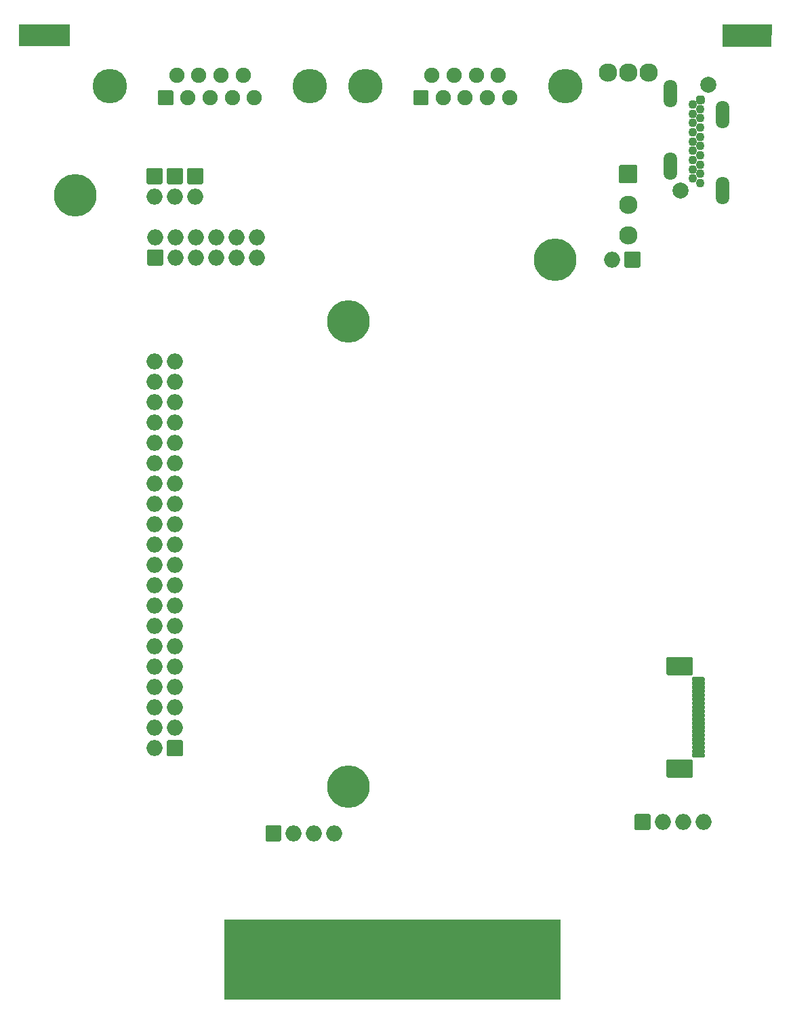
<source format=gbr>
%TF.GenerationSoftware,KiCad,Pcbnew,(5.1.12)-1*%
%TF.CreationDate,2022-03-08T20:35:16+00:00*%
%TF.ProjectId,RGBtoHDMI CDTV v2,52474274-6f48-4444-9d49-204344545620,1*%
%TF.SameCoordinates,Original*%
%TF.FileFunction,Soldermask,Bot*%
%TF.FilePolarity,Negative*%
%FSLAX46Y46*%
G04 Gerber Fmt 4.6, Leading zero omitted, Abs format (unit mm)*
G04 Created by KiCad (PCBNEW (5.1.12)-1) date 2022-03-08 20:35:16*
%MOMM*%
%LPD*%
G01*
G04 APERTURE LIST*
%ADD10C,0.100000*%
%ADD11O,2.000000X2.000000*%
%ADD12C,2.300000*%
%ADD13C,1.900000*%
%ADD14C,4.300000*%
%ADD15O,1.700000X3.500000*%
%ADD16C,1.100000*%
%ADD17C,2.000000*%
%ADD18C,5.300000*%
G04 APERTURE END LIST*
D10*
G36*
X55372000Y-40233600D02*
G01*
X49149000Y-40233600D01*
X49149000Y-37566600D01*
X55372000Y-37566600D01*
X55372000Y-40233600D01*
G37*
X55372000Y-40233600D02*
X49149000Y-40233600D01*
X49149000Y-37566600D01*
X55372000Y-37566600D01*
X55372000Y-40233600D01*
G36*
X116713000Y-159258000D02*
G01*
X74803000Y-159258000D01*
X74803000Y-149352000D01*
X116713000Y-149352000D01*
X116713000Y-159258000D01*
G37*
X116713000Y-159258000D02*
X74803000Y-159258000D01*
X74803000Y-149352000D01*
X116713000Y-149352000D01*
X116713000Y-159258000D01*
G36*
X143002000Y-40259000D02*
G01*
X137033000Y-40259000D01*
X137033000Y-37592000D01*
X143129000Y-37592000D01*
X143002000Y-40259000D01*
G37*
X143002000Y-40259000D02*
X137033000Y-40259000D01*
X137033000Y-37592000D01*
X143129000Y-37592000D01*
X143002000Y-40259000D01*
D11*
%TO.C,P1*%
X88519000Y-138557000D03*
X85979000Y-138557000D03*
X83439000Y-138557000D03*
G36*
G01*
X81749000Y-139557000D02*
X80049000Y-139557000D01*
G75*
G02*
X79899000Y-139407000I0J150000D01*
G01*
X79899000Y-137707000D01*
G75*
G02*
X80049000Y-137557000I150000J0D01*
G01*
X81749000Y-137557000D01*
G75*
G02*
X81899000Y-137707000I0J-150000D01*
G01*
X81899000Y-139407000D01*
G75*
G02*
X81749000Y-139557000I-150000J0D01*
G01*
G37*
%TD*%
%TO.C,FPV20*%
G36*
G01*
X134635000Y-121129000D02*
X133335000Y-121129000D01*
G75*
G02*
X133185000Y-120979000I0J150000D01*
G01*
X133185000Y-120679000D01*
G75*
G02*
X133335000Y-120529000I150000J0D01*
G01*
X134635000Y-120529000D01*
G75*
G02*
X134785000Y-120679000I0J-150000D01*
G01*
X134785000Y-120979000D01*
G75*
G02*
X134635000Y-121129000I-150000J0D01*
G01*
G37*
G36*
G01*
X134635000Y-121629000D02*
X133335000Y-121629000D01*
G75*
G02*
X133185000Y-121479000I0J150000D01*
G01*
X133185000Y-121179000D01*
G75*
G02*
X133335000Y-121029000I150000J0D01*
G01*
X134635000Y-121029000D01*
G75*
G02*
X134785000Y-121179000I0J-150000D01*
G01*
X134785000Y-121479000D01*
G75*
G02*
X134635000Y-121629000I-150000J0D01*
G01*
G37*
G36*
G01*
X134635000Y-119629000D02*
X133335000Y-119629000D01*
G75*
G02*
X133185000Y-119479000I0J150000D01*
G01*
X133185000Y-119179000D01*
G75*
G02*
X133335000Y-119029000I150000J0D01*
G01*
X134635000Y-119029000D01*
G75*
G02*
X134785000Y-119179000I0J-150000D01*
G01*
X134785000Y-119479000D01*
G75*
G02*
X134635000Y-119629000I-150000J0D01*
G01*
G37*
G36*
G01*
X134635000Y-120129000D02*
X133335000Y-120129000D01*
G75*
G02*
X133185000Y-119979000I0J150000D01*
G01*
X133185000Y-119679000D01*
G75*
G02*
X133335000Y-119529000I150000J0D01*
G01*
X134635000Y-119529000D01*
G75*
G02*
X134785000Y-119679000I0J-150000D01*
G01*
X134785000Y-119979000D01*
G75*
G02*
X134635000Y-120129000I-150000J0D01*
G01*
G37*
G36*
G01*
X134635000Y-120629000D02*
X133335000Y-120629000D01*
G75*
G02*
X133185000Y-120479000I0J150000D01*
G01*
X133185000Y-120179000D01*
G75*
G02*
X133335000Y-120029000I150000J0D01*
G01*
X134635000Y-120029000D01*
G75*
G02*
X134785000Y-120179000I0J-150000D01*
G01*
X134785000Y-120479000D01*
G75*
G02*
X134635000Y-120629000I-150000J0D01*
G01*
G37*
G36*
G01*
X133135000Y-118829000D02*
X130135000Y-118829000D01*
G75*
G02*
X129985000Y-118679000I0J150000D01*
G01*
X129985000Y-116679000D01*
G75*
G02*
X130135000Y-116529000I150000J0D01*
G01*
X133135000Y-116529000D01*
G75*
G02*
X133285000Y-116679000I0J-150000D01*
G01*
X133285000Y-118679000D01*
G75*
G02*
X133135000Y-118829000I-150000J0D01*
G01*
G37*
G36*
G01*
X133135000Y-131629000D02*
X130135000Y-131629000D01*
G75*
G02*
X129985000Y-131479000I0J150000D01*
G01*
X129985000Y-129479000D01*
G75*
G02*
X130135000Y-129329000I150000J0D01*
G01*
X133135000Y-129329000D01*
G75*
G02*
X133285000Y-129479000I0J-150000D01*
G01*
X133285000Y-131479000D01*
G75*
G02*
X133135000Y-131629000I-150000J0D01*
G01*
G37*
G36*
G01*
X134635000Y-122129000D02*
X133335000Y-122129000D01*
G75*
G02*
X133185000Y-121979000I0J150000D01*
G01*
X133185000Y-121679000D01*
G75*
G02*
X133335000Y-121529000I150000J0D01*
G01*
X134635000Y-121529000D01*
G75*
G02*
X134785000Y-121679000I0J-150000D01*
G01*
X134785000Y-121979000D01*
G75*
G02*
X134635000Y-122129000I-150000J0D01*
G01*
G37*
G36*
G01*
X134635000Y-122629000D02*
X133335000Y-122629000D01*
G75*
G02*
X133185000Y-122479000I0J150000D01*
G01*
X133185000Y-122179000D01*
G75*
G02*
X133335000Y-122029000I150000J0D01*
G01*
X134635000Y-122029000D01*
G75*
G02*
X134785000Y-122179000I0J-150000D01*
G01*
X134785000Y-122479000D01*
G75*
G02*
X134635000Y-122629000I-150000J0D01*
G01*
G37*
G36*
G01*
X134635000Y-123129000D02*
X133335000Y-123129000D01*
G75*
G02*
X133185000Y-122979000I0J150000D01*
G01*
X133185000Y-122679000D01*
G75*
G02*
X133335000Y-122529000I150000J0D01*
G01*
X134635000Y-122529000D01*
G75*
G02*
X134785000Y-122679000I0J-150000D01*
G01*
X134785000Y-122979000D01*
G75*
G02*
X134635000Y-123129000I-150000J0D01*
G01*
G37*
G36*
G01*
X134635000Y-123629000D02*
X133335000Y-123629000D01*
G75*
G02*
X133185000Y-123479000I0J150000D01*
G01*
X133185000Y-123179000D01*
G75*
G02*
X133335000Y-123029000I150000J0D01*
G01*
X134635000Y-123029000D01*
G75*
G02*
X134785000Y-123179000I0J-150000D01*
G01*
X134785000Y-123479000D01*
G75*
G02*
X134635000Y-123629000I-150000J0D01*
G01*
G37*
G36*
G01*
X134635000Y-124129000D02*
X133335000Y-124129000D01*
G75*
G02*
X133185000Y-123979000I0J150000D01*
G01*
X133185000Y-123679000D01*
G75*
G02*
X133335000Y-123529000I150000J0D01*
G01*
X134635000Y-123529000D01*
G75*
G02*
X134785000Y-123679000I0J-150000D01*
G01*
X134785000Y-123979000D01*
G75*
G02*
X134635000Y-124129000I-150000J0D01*
G01*
G37*
G36*
G01*
X134635000Y-124629000D02*
X133335000Y-124629000D01*
G75*
G02*
X133185000Y-124479000I0J150000D01*
G01*
X133185000Y-124179000D01*
G75*
G02*
X133335000Y-124029000I150000J0D01*
G01*
X134635000Y-124029000D01*
G75*
G02*
X134785000Y-124179000I0J-150000D01*
G01*
X134785000Y-124479000D01*
G75*
G02*
X134635000Y-124629000I-150000J0D01*
G01*
G37*
G36*
G01*
X134635000Y-125129000D02*
X133335000Y-125129000D01*
G75*
G02*
X133185000Y-124979000I0J150000D01*
G01*
X133185000Y-124679000D01*
G75*
G02*
X133335000Y-124529000I150000J0D01*
G01*
X134635000Y-124529000D01*
G75*
G02*
X134785000Y-124679000I0J-150000D01*
G01*
X134785000Y-124979000D01*
G75*
G02*
X134635000Y-125129000I-150000J0D01*
G01*
G37*
G36*
G01*
X134635000Y-125629000D02*
X133335000Y-125629000D01*
G75*
G02*
X133185000Y-125479000I0J150000D01*
G01*
X133185000Y-125179000D01*
G75*
G02*
X133335000Y-125029000I150000J0D01*
G01*
X134635000Y-125029000D01*
G75*
G02*
X134785000Y-125179000I0J-150000D01*
G01*
X134785000Y-125479000D01*
G75*
G02*
X134635000Y-125629000I-150000J0D01*
G01*
G37*
G36*
G01*
X134635000Y-126129000D02*
X133335000Y-126129000D01*
G75*
G02*
X133185000Y-125979000I0J150000D01*
G01*
X133185000Y-125679000D01*
G75*
G02*
X133335000Y-125529000I150000J0D01*
G01*
X134635000Y-125529000D01*
G75*
G02*
X134785000Y-125679000I0J-150000D01*
G01*
X134785000Y-125979000D01*
G75*
G02*
X134635000Y-126129000I-150000J0D01*
G01*
G37*
G36*
G01*
X134635000Y-126629000D02*
X133335000Y-126629000D01*
G75*
G02*
X133185000Y-126479000I0J150000D01*
G01*
X133185000Y-126179000D01*
G75*
G02*
X133335000Y-126029000I150000J0D01*
G01*
X134635000Y-126029000D01*
G75*
G02*
X134785000Y-126179000I0J-150000D01*
G01*
X134785000Y-126479000D01*
G75*
G02*
X134635000Y-126629000I-150000J0D01*
G01*
G37*
G36*
G01*
X134635000Y-127129000D02*
X133335000Y-127129000D01*
G75*
G02*
X133185000Y-126979000I0J150000D01*
G01*
X133185000Y-126679000D01*
G75*
G02*
X133335000Y-126529000I150000J0D01*
G01*
X134635000Y-126529000D01*
G75*
G02*
X134785000Y-126679000I0J-150000D01*
G01*
X134785000Y-126979000D01*
G75*
G02*
X134635000Y-127129000I-150000J0D01*
G01*
G37*
G36*
G01*
X134635000Y-127629000D02*
X133335000Y-127629000D01*
G75*
G02*
X133185000Y-127479000I0J150000D01*
G01*
X133185000Y-127179000D01*
G75*
G02*
X133335000Y-127029000I150000J0D01*
G01*
X134635000Y-127029000D01*
G75*
G02*
X134785000Y-127179000I0J-150000D01*
G01*
X134785000Y-127479000D01*
G75*
G02*
X134635000Y-127629000I-150000J0D01*
G01*
G37*
G36*
G01*
X134635000Y-128129000D02*
X133335000Y-128129000D01*
G75*
G02*
X133185000Y-127979000I0J150000D01*
G01*
X133185000Y-127679000D01*
G75*
G02*
X133335000Y-127529000I150000J0D01*
G01*
X134635000Y-127529000D01*
G75*
G02*
X134785000Y-127679000I0J-150000D01*
G01*
X134785000Y-127979000D01*
G75*
G02*
X134635000Y-128129000I-150000J0D01*
G01*
G37*
G36*
G01*
X134635000Y-128629000D02*
X133335000Y-128629000D01*
G75*
G02*
X133185000Y-128479000I0J150000D01*
G01*
X133185000Y-128179000D01*
G75*
G02*
X133335000Y-128029000I150000J0D01*
G01*
X134635000Y-128029000D01*
G75*
G02*
X134785000Y-128179000I0J-150000D01*
G01*
X134785000Y-128479000D01*
G75*
G02*
X134635000Y-128629000I-150000J0D01*
G01*
G37*
G36*
G01*
X134635000Y-129129000D02*
X133335000Y-129129000D01*
G75*
G02*
X133185000Y-128979000I0J150000D01*
G01*
X133185000Y-128679000D01*
G75*
G02*
X133335000Y-128529000I150000J0D01*
G01*
X134635000Y-128529000D01*
G75*
G02*
X134785000Y-128679000I0J-150000D01*
G01*
X134785000Y-128979000D01*
G75*
G02*
X134635000Y-129129000I-150000J0D01*
G01*
G37*
%TD*%
%TO.C,CN10*%
G36*
G01*
X89909000Y-157178000D02*
X89909000Y-151178000D01*
G75*
G02*
X91059000Y-150028000I1150000J0D01*
G01*
X91059000Y-150028000D01*
G75*
G02*
X92209000Y-151178000I0J-1150000D01*
G01*
X92209000Y-157178000D01*
G75*
G02*
X91059000Y-158328000I-1150000J0D01*
G01*
X91059000Y-158328000D01*
G75*
G02*
X89909000Y-157178000I0J1150000D01*
G01*
G37*
G36*
G01*
X92449000Y-157178000D02*
X92449000Y-151178000D01*
G75*
G02*
X93599000Y-150028000I1150000J0D01*
G01*
X93599000Y-150028000D01*
G75*
G02*
X94749000Y-151178000I0J-1150000D01*
G01*
X94749000Y-157178000D01*
G75*
G02*
X93599000Y-158328000I-1150000J0D01*
G01*
X93599000Y-158328000D01*
G75*
G02*
X92449000Y-157178000I0J1150000D01*
G01*
G37*
G36*
G01*
X77209000Y-157178000D02*
X77209000Y-151178000D01*
G75*
G02*
X78359000Y-150028000I1150000J0D01*
G01*
X78359000Y-150028000D01*
G75*
G02*
X79509000Y-151178000I0J-1150000D01*
G01*
X79509000Y-157178000D01*
G75*
G02*
X78359000Y-158328000I-1150000J0D01*
G01*
X78359000Y-158328000D01*
G75*
G02*
X77209000Y-157178000I0J1150000D01*
G01*
G37*
G36*
G01*
X94963600Y-157178000D02*
X94963600Y-151178000D01*
G75*
G02*
X96113600Y-150028000I1150000J0D01*
G01*
X96113600Y-150028000D01*
G75*
G02*
X97263600Y-151178000I0J-1150000D01*
G01*
X97263600Y-157178000D01*
G75*
G02*
X96113600Y-158328000I-1150000J0D01*
G01*
X96113600Y-158328000D01*
G75*
G02*
X94963600Y-157178000I0J1150000D01*
G01*
G37*
G36*
G01*
X107689000Y-157178000D02*
X107689000Y-151178000D01*
G75*
G02*
X108839000Y-150028000I1150000J0D01*
G01*
X108839000Y-150028000D01*
G75*
G02*
X109989000Y-151178000I0J-1150000D01*
G01*
X109989000Y-157178000D01*
G75*
G02*
X108839000Y-158328000I-1150000J0D01*
G01*
X108839000Y-158328000D01*
G75*
G02*
X107689000Y-157178000I0J1150000D01*
G01*
G37*
G36*
G01*
X82314400Y-157178000D02*
X82314400Y-151178000D01*
G75*
G02*
X83464400Y-150028000I1150000J0D01*
G01*
X83464400Y-150028000D01*
G75*
G02*
X84614400Y-151178000I0J-1150000D01*
G01*
X84614400Y-157178000D01*
G75*
G02*
X83464400Y-158328000I-1150000J0D01*
G01*
X83464400Y-158328000D01*
G75*
G02*
X82314400Y-157178000I0J1150000D01*
G01*
G37*
G36*
G01*
X105149000Y-157178000D02*
X105149000Y-151178000D01*
G75*
G02*
X106299000Y-150028000I1150000J0D01*
G01*
X106299000Y-150028000D01*
G75*
G02*
X107449000Y-151178000I0J-1150000D01*
G01*
X107449000Y-157178000D01*
G75*
G02*
X106299000Y-158328000I-1150000J0D01*
G01*
X106299000Y-158328000D01*
G75*
G02*
X105149000Y-157178000I0J1150000D01*
G01*
G37*
G36*
G01*
X84829000Y-157178000D02*
X84829000Y-151178000D01*
G75*
G02*
X85979000Y-150028000I1150000J0D01*
G01*
X85979000Y-150028000D01*
G75*
G02*
X87129000Y-151178000I0J-1150000D01*
G01*
X87129000Y-157178000D01*
G75*
G02*
X85979000Y-158328000I-1150000J0D01*
G01*
X85979000Y-158328000D01*
G75*
G02*
X84829000Y-157178000I0J1150000D01*
G01*
G37*
G36*
G01*
X110229000Y-157178000D02*
X110229000Y-151178000D01*
G75*
G02*
X111379000Y-150028000I1150000J0D01*
G01*
X111379000Y-150028000D01*
G75*
G02*
X112529000Y-151178000I0J-1150000D01*
G01*
X112529000Y-157178000D01*
G75*
G02*
X111379000Y-158328000I-1150000J0D01*
G01*
X111379000Y-158328000D01*
G75*
G02*
X110229000Y-157178000I0J1150000D01*
G01*
G37*
G36*
G01*
X79749000Y-157178000D02*
X79749000Y-151178000D01*
G75*
G02*
X80899000Y-150028000I1150000J0D01*
G01*
X80899000Y-150028000D01*
G75*
G02*
X82049000Y-151178000I0J-1150000D01*
G01*
X82049000Y-157178000D01*
G75*
G02*
X80899000Y-158328000I-1150000J0D01*
G01*
X80899000Y-158328000D01*
G75*
G02*
X79749000Y-157178000I0J1150000D01*
G01*
G37*
G36*
G01*
X97529000Y-157178000D02*
X97529000Y-151178000D01*
G75*
G02*
X98679000Y-150028000I1150000J0D01*
G01*
X98679000Y-150028000D01*
G75*
G02*
X99829000Y-151178000I0J-1150000D01*
G01*
X99829000Y-157178000D01*
G75*
G02*
X98679000Y-158328000I-1150000J0D01*
G01*
X98679000Y-158328000D01*
G75*
G02*
X97529000Y-157178000I0J1150000D01*
G01*
G37*
G36*
G01*
X100069000Y-157178000D02*
X100069000Y-151178000D01*
G75*
G02*
X101219000Y-150028000I1150000J0D01*
G01*
X101219000Y-150028000D01*
G75*
G02*
X102369000Y-151178000I0J-1150000D01*
G01*
X102369000Y-157178000D01*
G75*
G02*
X101219000Y-158328000I-1150000J0D01*
G01*
X101219000Y-158328000D01*
G75*
G02*
X100069000Y-157178000I0J1150000D01*
G01*
G37*
G36*
G01*
X102609000Y-157178000D02*
X102609000Y-151178000D01*
G75*
G02*
X103759000Y-150028000I1150000J0D01*
G01*
X103759000Y-150028000D01*
G75*
G02*
X104909000Y-151178000I0J-1150000D01*
G01*
X104909000Y-157178000D01*
G75*
G02*
X103759000Y-158328000I-1150000J0D01*
G01*
X103759000Y-158328000D01*
G75*
G02*
X102609000Y-157178000I0J1150000D01*
G01*
G37*
G36*
G01*
X112769000Y-157178000D02*
X112769000Y-151178000D01*
G75*
G02*
X113919000Y-150028000I1150000J0D01*
G01*
X113919000Y-150028000D01*
G75*
G02*
X115069000Y-151178000I0J-1150000D01*
G01*
X115069000Y-157178000D01*
G75*
G02*
X113919000Y-158328000I-1150000J0D01*
G01*
X113919000Y-158328000D01*
G75*
G02*
X112769000Y-157178000I0J1150000D01*
G01*
G37*
G36*
G01*
X87343600Y-157178000D02*
X87343600Y-151178000D01*
G75*
G02*
X88493600Y-150028000I1150000J0D01*
G01*
X88493600Y-150028000D01*
G75*
G02*
X89643600Y-151178000I0J-1150000D01*
G01*
X89643600Y-157178000D01*
G75*
G02*
X88493600Y-158328000I-1150000J0D01*
G01*
X88493600Y-158328000D01*
G75*
G02*
X87343600Y-157178000I0J1150000D01*
G01*
G37*
%TD*%
%TO.C,A1*%
X134620000Y-137160000D03*
X132080000Y-137160000D03*
X129540000Y-137160000D03*
G36*
G01*
X127850000Y-138160000D02*
X126150000Y-138160000D01*
G75*
G02*
X126000000Y-138010000I0J150000D01*
G01*
X126000000Y-136310000D01*
G75*
G02*
X126150000Y-136160000I150000J0D01*
G01*
X127850000Y-136160000D01*
G75*
G02*
X128000000Y-136310000I0J-150000D01*
G01*
X128000000Y-138010000D01*
G75*
G02*
X127850000Y-138160000I-150000J0D01*
G01*
G37*
%TD*%
%TO.C,JP15*%
X123190000Y-66929000D03*
G36*
G01*
X124880000Y-65929000D02*
X126580000Y-65929000D01*
G75*
G02*
X126730000Y-66079000I0J-150000D01*
G01*
X126730000Y-67779000D01*
G75*
G02*
X126580000Y-67929000I-150000J0D01*
G01*
X124880000Y-67929000D01*
G75*
G02*
X124730000Y-67779000I0J150000D01*
G01*
X124730000Y-66079000D01*
G75*
G02*
X124880000Y-65929000I150000J0D01*
G01*
G37*
%TD*%
%TO.C,TS1*%
G36*
G01*
X124222000Y-55111000D02*
X126222000Y-55111000D01*
G75*
G02*
X126372000Y-55261000I0J-150000D01*
G01*
X126372000Y-57261000D01*
G75*
G02*
X126222000Y-57411000I-150000J0D01*
G01*
X124222000Y-57411000D01*
G75*
G02*
X124072000Y-57261000I0J150000D01*
G01*
X124072000Y-55261000D01*
G75*
G02*
X124222000Y-55111000I150000J0D01*
G01*
G37*
D12*
X125222000Y-60071000D03*
X125222000Y-63881000D03*
X122682000Y-43561000D03*
X127762000Y-43561000D03*
X125222000Y-43561000D03*
%TD*%
%TO.C,PORT2*%
G36*
G01*
X66487000Y-47536000D02*
X66487000Y-45936000D01*
G75*
G02*
X66637000Y-45786000I150000J0D01*
G01*
X68237000Y-45786000D01*
G75*
G02*
X68387000Y-45936000I0J-150000D01*
G01*
X68387000Y-47536000D01*
G75*
G02*
X68237000Y-47686000I-150000J0D01*
G01*
X66637000Y-47686000D01*
G75*
G02*
X66487000Y-47536000I0J150000D01*
G01*
G37*
D13*
X70207000Y-46736000D03*
X72977000Y-46736000D03*
X75747000Y-46736000D03*
X78517000Y-46736000D03*
X68822000Y-43896000D03*
X71592000Y-43896000D03*
X74362000Y-43896000D03*
X77132000Y-43896000D03*
D14*
X60477000Y-45316000D03*
X85477000Y-45316000D03*
%TD*%
%TO.C,PORT1*%
X117354000Y-45316000D03*
X92354000Y-45316000D03*
D13*
X109009000Y-43896000D03*
X106239000Y-43896000D03*
X103469000Y-43896000D03*
X100699000Y-43896000D03*
X110394000Y-46736000D03*
X107624000Y-46736000D03*
X104854000Y-46736000D03*
X102084000Y-46736000D03*
G36*
G01*
X98364000Y-47536000D02*
X98364000Y-45936000D01*
G75*
G02*
X98514000Y-45786000I150000J0D01*
G01*
X100114000Y-45786000D01*
G75*
G02*
X100264000Y-45936000I0J-150000D01*
G01*
X100264000Y-47536000D01*
G75*
G02*
X100114000Y-47686000I-150000J0D01*
G01*
X98514000Y-47686000D01*
G75*
G02*
X98364000Y-47536000I0J150000D01*
G01*
G37*
%TD*%
D11*
%TO.C,CN1*%
X78827000Y-64135000D03*
X78827000Y-66675000D03*
X76287000Y-64135000D03*
X76287000Y-66675000D03*
X73747000Y-64135000D03*
X73747000Y-66675000D03*
X71207000Y-64135000D03*
X71207000Y-66675000D03*
X68667000Y-64135000D03*
X68667000Y-66675000D03*
X66127000Y-64135000D03*
G36*
G01*
X65277000Y-65675000D02*
X66977000Y-65675000D01*
G75*
G02*
X67127000Y-65825000I0J-150000D01*
G01*
X67127000Y-67525000D01*
G75*
G02*
X66977000Y-67675000I-150000J0D01*
G01*
X65277000Y-67675000D01*
G75*
G02*
X65127000Y-67525000I0J150000D01*
G01*
X65127000Y-65825000D01*
G75*
G02*
X65277000Y-65675000I150000J0D01*
G01*
G37*
%TD*%
%TO.C,CN2*%
G36*
G01*
X133689000Y-47195700D02*
X133689000Y-46784300D01*
G75*
G02*
X134033300Y-46440000I344300J0D01*
G01*
X134444700Y-46440000D01*
G75*
G02*
X134789000Y-46784300I0J-344300D01*
G01*
X134789000Y-47195700D01*
G75*
G02*
X134444700Y-47540000I-344300J0D01*
G01*
X134033300Y-47540000D01*
G75*
G02*
X133689000Y-47195700I0J344300D01*
G01*
G37*
D15*
X130489000Y-46240000D03*
D16*
X133239000Y-47567500D03*
X134239000Y-48145000D03*
X133239000Y-48722500D03*
X134239000Y-49300000D03*
X133239000Y-49877500D03*
X134239000Y-50455000D03*
X133239000Y-51032500D03*
X134239000Y-51610000D03*
X133239000Y-52187500D03*
X134239000Y-52765000D03*
X133239000Y-53342500D03*
X134239000Y-53920000D03*
X133239000Y-54497500D03*
X134239000Y-55075000D03*
X133239000Y-55652500D03*
X134239000Y-56230000D03*
X133239000Y-56807500D03*
X134239000Y-57385000D03*
D15*
X136989000Y-48840000D03*
X136989000Y-58340000D03*
X130489000Y-55240000D03*
D17*
X135239000Y-45090000D03*
X131739000Y-58340000D03*
%TD*%
D11*
%TO.C,BT3*%
X66040000Y-59055000D03*
G36*
G01*
X65040000Y-57365000D02*
X65040000Y-55665000D01*
G75*
G02*
X65190000Y-55515000I150000J0D01*
G01*
X66890000Y-55515000D01*
G75*
G02*
X67040000Y-55665000I0J-150000D01*
G01*
X67040000Y-57365000D01*
G75*
G02*
X66890000Y-57515000I-150000J0D01*
G01*
X65190000Y-57515000D01*
G75*
G02*
X65040000Y-57365000I0J150000D01*
G01*
G37*
%TD*%
%TO.C,BT2*%
X68580000Y-59055000D03*
G36*
G01*
X67580000Y-57365000D02*
X67580000Y-55665000D01*
G75*
G02*
X67730000Y-55515000I150000J0D01*
G01*
X69430000Y-55515000D01*
G75*
G02*
X69580000Y-55665000I0J-150000D01*
G01*
X69580000Y-57365000D01*
G75*
G02*
X69430000Y-57515000I-150000J0D01*
G01*
X67730000Y-57515000D01*
G75*
G02*
X67580000Y-57365000I0J150000D01*
G01*
G37*
%TD*%
%TO.C,BT1*%
X71120000Y-59055000D03*
G36*
G01*
X70120000Y-57365000D02*
X70120000Y-55665000D01*
G75*
G02*
X70270000Y-55515000I150000J0D01*
G01*
X71970000Y-55515000D01*
G75*
G02*
X72120000Y-55665000I0J-150000D01*
G01*
X72120000Y-57365000D01*
G75*
G02*
X71970000Y-57515000I-150000J0D01*
G01*
X70270000Y-57515000D01*
G75*
G02*
X70120000Y-57365000I0J150000D01*
G01*
G37*
%TD*%
D18*
%TO.C,H4*%
X90297000Y-132740400D03*
D16*
X90297000Y-134615400D03*
X88971175Y-134066225D03*
X88422000Y-132740400D03*
X88971175Y-131414575D03*
X90297000Y-130865400D03*
X91622825Y-131414575D03*
X92172000Y-132740400D03*
X91622825Y-134066225D03*
%TD*%
D18*
%TO.C,H2*%
X116127000Y-66942000D03*
D16*
X118002000Y-66942000D03*
X117452825Y-68267825D03*
X116127000Y-68817000D03*
X114801175Y-68267825D03*
X114252000Y-66942000D03*
X114801175Y-65616175D03*
X116127000Y-65067000D03*
X117452825Y-65616175D03*
%TD*%
D18*
%TO.C,H3*%
X90297000Y-74701400D03*
D16*
X90297000Y-76576400D03*
X88971175Y-76027225D03*
X88422000Y-74701400D03*
X88971175Y-73375575D03*
X90297000Y-72826400D03*
X91622825Y-73375575D03*
X92172000Y-74701400D03*
X91622825Y-76027225D03*
%TD*%
%TO.C,H1*%
X57452825Y-57616175D03*
X56127000Y-57067000D03*
X54801175Y-57616175D03*
X54252000Y-58942000D03*
X54801175Y-60267825D03*
X56127000Y-60817000D03*
X57452825Y-60267825D03*
X58002000Y-58942000D03*
D18*
X56127000Y-58942000D03*
%TD*%
D11*
%TO.C,Pi0*%
X66040000Y-79679800D03*
X68580000Y-79679800D03*
X66040000Y-82219800D03*
X68580000Y-82219800D03*
X66040000Y-84759800D03*
X68580000Y-84759800D03*
X66040000Y-87299800D03*
X68580000Y-87299800D03*
X66040000Y-89839800D03*
X68580000Y-89839800D03*
X66040000Y-92379800D03*
X68580000Y-92379800D03*
X66040000Y-94919800D03*
X68580000Y-94919800D03*
X66040000Y-97459800D03*
X68580000Y-97459800D03*
X66040000Y-99999800D03*
X68580000Y-99999800D03*
X66040000Y-102539800D03*
X68580000Y-102539800D03*
X66040000Y-105079800D03*
X68580000Y-105079800D03*
X66040000Y-107619800D03*
X68580000Y-107619800D03*
X66040000Y-110159800D03*
X68580000Y-110159800D03*
X66040000Y-112699800D03*
X68580000Y-112699800D03*
X66040000Y-115239800D03*
X68580000Y-115239800D03*
X66040000Y-117779800D03*
X68580000Y-117779800D03*
X66040000Y-120319800D03*
X68580000Y-120319800D03*
X66040000Y-122859800D03*
X68580000Y-122859800D03*
X66040000Y-125399800D03*
X68580000Y-125399800D03*
X66040000Y-127939800D03*
G36*
G01*
X67580000Y-128789800D02*
X67580000Y-127089800D01*
G75*
G02*
X67730000Y-126939800I150000J0D01*
G01*
X69430000Y-126939800D01*
G75*
G02*
X69580000Y-127089800I0J-150000D01*
G01*
X69580000Y-128789800D01*
G75*
G02*
X69430000Y-128939800I-150000J0D01*
G01*
X67730000Y-128939800D01*
G75*
G02*
X67580000Y-128789800I0J150000D01*
G01*
G37*
%TD*%
M02*

</source>
